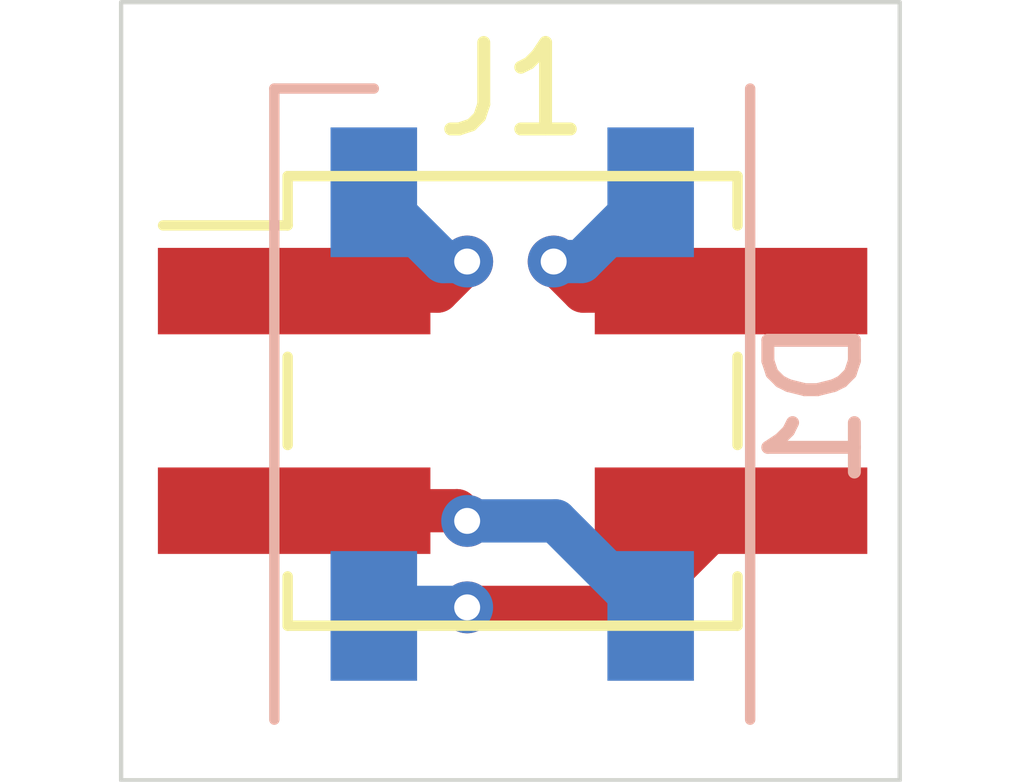
<source format=kicad_pcb>
(kicad_pcb (version 20240108) (generator "pcbnew") (generator_version "8.0")
  (layers (0 "F.Cu" signal) (31 "B.Cu" signal) (34 "B.Paste" user) (35 "F.Paste" user) (36 "B.SilkS" user "B.Silkscreen") (37 "F.SilkS" user "F.Silkscreen") (38 "B.Mask" user) (39 "F.Mask" user) (44 "Edge.Cuts" user))
  (net 0 "")
  (net 1 "Net-(D1-VDD)")
  (net 2 "Net-(D1-VSS)")
  (net 3 "Net-(D1-DOUT)")
  (net 4 "Net-(D1-DIN)")
  (footprint "Connector_PinHeader_2.54mm:PinHeader_2x02_P2.54mm_Vertical_SMD" (layer "F.Cu") (at 131.525 70.612)
    (property "Reference" "J1" (at 0 -3.6 0) (layer "F.SilkS"))
    (property "Value" "Conn_01x04" (hide yes))
    (fp_line (start -4.04 -2.03) (end -2.6 -2.03) (stroke (width 0.12)) (layer "F.SilkS"))
    (fp_line (start -2.6 -2.6) (end -2.6 -2.03) (stroke (width 0.12)) (layer "F.SilkS"))
    (fp_line (start -2.6 -2.6) (end 2.6 -2.6) (stroke (width 0.12)) (layer "F.SilkS"))
    (fp_line (start -2.6 -0.51) (end -2.6 0.51) (stroke (width 0.12)) (layer "F.SilkS"))
    (fp_line (start -2.6 2.03) (end -2.6 2.6) (stroke (width 0.12)) (layer "F.SilkS"))
    (fp_line (start -2.6 2.6) (end 2.6 2.6) (stroke (width 0.12)) (layer "F.SilkS"))
    (fp_line (start 2.6 -2.6) (end 2.6 -2.03) (stroke (width 0.12)) (layer "F.SilkS"))
    (fp_line (start 2.6 -0.51) (end 2.6 0.51) (stroke (width 0.12)) (layer "F.SilkS"))
    (fp_line (start 2.6 2.03) (end 2.6 2.6) (stroke (width 0.12)) (layer "F.SilkS"))
    (pad "1" smd rect (at -2.525 -1.27) (size 3.15 1) (layers "F.Cu" "F.Paste" "F.Mask") (net 2 "Net-(D1-VSS)"))
    (pad "2" smd rect (at 2.525 -1.27) (size 3.15 1) (layers "F.Cu" "F.Paste" "F.Mask") (net 4 "Net-(D1-DIN)"))
    (pad "3" smd rect (at -2.525 1.27) (size 3.15 1) (layers "F.Cu" "F.Paste" "F.Mask") (net 1 "Net-(D1-VDD)"))
    (pad "4" smd rect (at 2.525 1.27) (size 3.15 1) (layers "F.Cu" "F.Paste" "F.Mask") (net 3 "Net-(D1-DOUT)"))
  )
  (footprint "LED_SMD:LED_SK6812_PLCC4_5.0x5.0mm_P3.2mm" (layer "B.Cu") (at 131.521 70.649 90)
    (property "Reference" "D1" (at 0 3.5 90) (layer "B.SilkS") (effects (justify mirror)))
    (property "Value" "SK6812" (hide yes))
    (fp_line (start 3.65 -2.75) (end -3.65 -2.75) (stroke (width 0.12)) (layer "B.SilkS"))
    (fp_line (start 3.65 -1.6) (end 3.65 -2.75) (stroke (width 0.12)) (layer "B.SilkS"))
    (fp_line (start 3.65 2.75) (end -3.65 2.75) (stroke (width 0.12)) (layer "B.SilkS"))
    (pad "1" smd rect (at 2.45 -1.6 90) (size 1.5 1) (layers "B.Cu" "B.Paste" "B.Mask") (net 2 "Net-(D1-VSS)"))
    (pad "2" smd rect (at 2.45 1.6 90) (size 1.5 1) (layers "B.Cu" "B.Paste" "B.Mask") (net 4 "Net-(D1-DIN)"))
    (pad "3" smd rect (at -2.45 1.6 90) (size 1.5 1) (layers "B.Cu" "B.Paste" "B.Mask") (net 1 "Net-(D1-VDD)"))
    (pad "4" smd rect (at -2.45 -1.6 90) (size 1.5 1) (layers "B.Cu" "B.Paste" "B.Mask") (net 3 "Net-(D1-DOUT)"))
  )
  (gr_rect (start 127 66) (end 136 75) (stroke (width 0.05)) (fill none) (layer "Edge.Cuts"))
  (segment (start 130.882 71.882) (end 131 72) (width 0.5) (layer "F.Cu") (net 1))
  (segment (start 129 71.882) (end 130.882 71.882) (width 0.5) (layer "F.Cu") (net 1))
  (via (at 131 72) (size 0.6) (drill 0.3) (layers "F.Cu" "B.Cu") (net 1))
  (segment (start 131 72) (end 132.022 72) (width 0.5) (layer "B.Cu") (net 1))
  (segment (start 132.022 72) (end 133.121 73.099) (width 0.5) (layer "B.Cu") (net 1))
  (segment (start 130.658 69.342) (end 131 69) (width 0.5) (layer "F.Cu") (net 2))
  (segment (start 129 69.342) (end 130.658 69.342) (width 0.5) (layer "F.Cu") (net 2))
  (via (at 131 69) (size 0.6) (drill 0.3) (layers "F.Cu" "B.Cu") (net 2))
  (segment (start 130.722 69) (end 129.921 68.199) (width 0.5) (layer "B.Cu") (net 2))
  (segment (start 131 69) (end 130.722 69) (width 0.5) (layer "B.Cu") (net 2))
  (segment (start 134.05 71.882) (end 132.932 73) (width 0.5) (layer "F.Cu") (net 3))
  (segment (start 132.932 73) (end 131 73) (width 0.5) (layer "F.Cu") (net 3))
  (via (at 131 73) (size 0.6) (drill 0.3) (layers "F.Cu" "B.Cu") (net 3))
  (segment (start 131 73) (end 130.02 73) (width 0.5) (layer "B.Cu") (net 3))
  (segment (start 130.02 73) (end 129.921 73.099) (width 0.5) (layer "B.Cu") (net 3))
  (segment (start 132.342 69.342) (end 132 69) (width 0.5) (layer "F.Cu") (net 4))
  (segment (start 134.05 69.342) (end 132.342 69.342) (width 0.5) (layer "F.Cu") (net 4))
  (via (at 132 69) (size 0.6) (drill 0.3) (layers "F.Cu" "B.Cu") (net 4))
  (segment (start 132.32 69) (end 133.121 68.199) (width 0.5) (layer "B.Cu") (net 4))
  (segment (start 132 69) (end 132.32 69) (width 0.5) (layer "B.Cu") (net 4))
)
</source>
